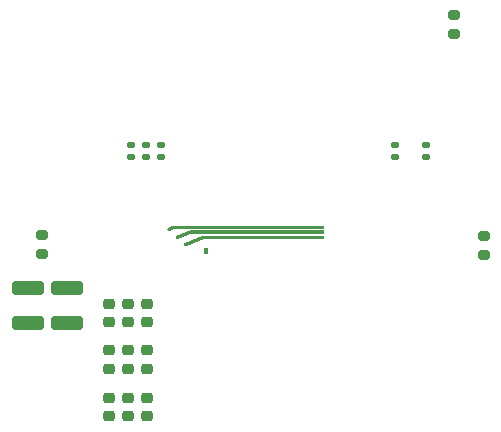
<source format=gbr>
G04 #@! TF.GenerationSoftware,KiCad,Pcbnew,7.0.7-7.0.7~ubuntu22.04.1*
G04 #@! TF.CreationDate,2023-09-29T12:00:57+02:00*
G04 #@! TF.ProjectId,astropix_v4,61737472-6f70-4697-985f-76342e6b6963,1.0*
G04 #@! TF.SameCoordinates,Original*
G04 #@! TF.FileFunction,Paste,Top*
G04 #@! TF.FilePolarity,Positive*
%FSLAX46Y46*%
G04 Gerber Fmt 4.6, Leading zero omitted, Abs format (unit mm)*
G04 Created by KiCad (PCBNEW 7.0.7-7.0.7~ubuntu22.04.1) date 2023-09-29 12:00:57*
%MOMM*%
%LPD*%
G01*
G04 APERTURE LIST*
G04 Aperture macros list*
%AMRoundRect*
0 Rectangle with rounded corners*
0 $1 Rounding radius*
0 $2 $3 $4 $5 $6 $7 $8 $9 X,Y pos of 4 corners*
0 Add a 4 corners polygon primitive as box body*
4,1,4,$2,$3,$4,$5,$6,$7,$8,$9,$2,$3,0*
0 Add four circle primitives for the rounded corners*
1,1,$1+$1,$2,$3*
1,1,$1+$1,$4,$5*
1,1,$1+$1,$6,$7*
1,1,$1+$1,$8,$9*
0 Add four rect primitives between the rounded corners*
20,1,$1+$1,$2,$3,$4,$5,0*
20,1,$1+$1,$4,$5,$6,$7,0*
20,1,$1+$1,$6,$7,$8,$9,0*
20,1,$1+$1,$8,$9,$2,$3,0*%
%AMFreePoly0*
4,1,19,12.075000,0.104904,12.129904,0.050000,12.150000,-0.025000,12.129904,-0.100000,12.075000,-0.154904,12.000000,-0.175000,-0.600900,-0.175000,-0.935151,-0.335257,-1.011467,-0.349561,-1.084712,-0.323790,-1.135257,-0.264849,-1.149561,-0.188533,-1.123790,-0.115288,-1.064849,-0.064743,-0.699849,0.110257,-0.667146,0.116386,-0.635000,0.125000,12.000000,0.125000,12.075000,0.104904,12.075000,0.104904,
$1*%
%AMFreePoly1*
4,1,19,10.975000,0.129904,11.029904,0.075000,11.050000,0.000000,11.029904,-0.075000,10.975000,-0.129904,10.900000,-0.150000,-0.236351,-0.150000,-1.344715,-0.589440,-1.421842,-0.598401,-1.493117,-0.567598,-1.539440,-0.505285,-1.548401,-0.428158,-1.517598,-0.356883,-1.455285,-0.310560,-0.320285,0.139440,-0.292257,0.142696,-0.265000,0.150000,10.900000,0.150000,10.975000,0.129904,10.975000,0.129904,
$1*%
%AMFreePoly2*
4,1,19,9.775000,0.104904,9.829904,0.050000,9.850000,-0.025000,9.829904,-0.100000,9.775000,-0.154904,9.700000,-0.175000,-0.369999,-0.175000,-1.842308,-0.788462,-1.919268,-0.798758,-1.991065,-0.769194,-2.038462,-0.707692,-2.048758,-0.630732,-2.019194,-0.558935,-1.957692,-0.511538,-0.457692,0.113462,-0.428470,0.117371,-0.400000,0.125000,9.700000,0.125000,9.775000,0.104904,9.775000,0.104904,
$1*%
G04 Aperture macros list end*
%ADD10RoundRect,0.225000X-0.250000X0.225000X-0.250000X-0.225000X0.250000X-0.225000X0.250000X0.225000X0*%
%ADD11RoundRect,0.250000X1.100000X-0.325000X1.100000X0.325000X-1.100000X0.325000X-1.100000X-0.325000X0*%
%ADD12RoundRect,0.225000X0.250000X-0.225000X0.250000X0.225000X-0.250000X0.225000X-0.250000X-0.225000X0*%
%ADD13RoundRect,0.200000X-0.275000X0.200000X-0.275000X-0.200000X0.275000X-0.200000X0.275000X0.200000X0*%
%ADD14RoundRect,0.135000X0.185000X-0.135000X0.185000X0.135000X-0.185000X0.135000X-0.185000X-0.135000X0*%
%ADD15RoundRect,0.135000X-0.185000X0.135000X-0.185000X-0.135000X0.185000X-0.135000X0.185000X0.135000X0*%
%ADD16R,0.400000X0.500000*%
%ADD17R,0.125000X0.600000*%
%ADD18R,0.600000X0.125000*%
%ADD19FreePoly0,0.000000*%
%ADD20FreePoly1,0.000000*%
%ADD21FreePoly2,0.000000*%
G04 APERTURE END LIST*
D10*
G04 #@! TO.C,C8*
X120751600Y-91274600D03*
X120751600Y-92824600D03*
G04 #@! TD*
G04 #@! TO.C,C9*
X119176800Y-91274600D03*
X119176800Y-92824600D03*
G04 #@! TD*
G04 #@! TO.C,C10*
X117551200Y-91274600D03*
X117551200Y-92824600D03*
G04 #@! TD*
D11*
G04 #@! TO.C,C6*
X110693200Y-88978000D03*
X110693200Y-86028000D03*
G04 #@! TD*
G04 #@! TO.C,C4*
X113995200Y-88978000D03*
X113995200Y-86028000D03*
G04 #@! TD*
D12*
G04 #@! TO.C,C11*
X120751600Y-96863200D03*
X120751600Y-95313200D03*
G04 #@! TD*
G04 #@! TO.C,C13*
X119151400Y-96863200D03*
X119151400Y-95313200D03*
G04 #@! TD*
D13*
G04 #@! TO.C,R12*
X111900000Y-81475000D03*
X111900000Y-83125000D03*
G04 #@! TD*
D12*
G04 #@! TO.C,C14*
X117576600Y-96863200D03*
X117576600Y-95313200D03*
G04 #@! TD*
D14*
G04 #@! TO.C,R13*
X122000000Y-74910000D03*
X122000000Y-73890000D03*
G04 #@! TD*
G04 #@! TO.C,R14*
X119400000Y-74910000D03*
X119400000Y-73890000D03*
G04 #@! TD*
G04 #@! TO.C,R10*
X120700000Y-74910000D03*
X120700000Y-73890000D03*
G04 #@! TD*
D15*
G04 #@! TO.C,R18*
X141800000Y-73890000D03*
X141800000Y-74910000D03*
G04 #@! TD*
D10*
G04 #@! TO.C,C2*
X120800000Y-87325000D03*
X120800000Y-88875000D03*
G04 #@! TD*
G04 #@! TO.C,C15*
X119150000Y-87325000D03*
X119150000Y-88875000D03*
G04 #@! TD*
D13*
G04 #@! TO.C,R1*
X146800000Y-62875000D03*
X146800000Y-64525000D03*
G04 #@! TD*
D15*
G04 #@! TO.C,R17*
X144400000Y-73880000D03*
X144400000Y-74900000D03*
G04 #@! TD*
D10*
G04 #@! TO.C,C1*
X117550000Y-87325000D03*
X117550000Y-88875000D03*
G04 #@! TD*
D13*
G04 #@! TO.C,R2*
X149300000Y-81575000D03*
X149300000Y-83225000D03*
G04 #@! TD*
D16*
G04 #@! TO.C,U1*
X125747500Y-82895000D03*
D17*
X126472500Y-82770000D03*
X126772500Y-85295000D03*
X127072500Y-85295000D03*
X127272500Y-84045000D03*
X127672500Y-85295000D03*
X127872500Y-82770000D03*
X127972500Y-85295000D03*
X128272500Y-85295000D03*
X128472500Y-84045000D03*
X128572500Y-85295000D03*
X128672500Y-82770000D03*
X128772500Y-84045000D03*
X128872500Y-85295000D03*
X128972500Y-82770000D03*
X129072500Y-84045000D03*
X129172500Y-85295000D03*
X129272500Y-82770000D03*
X129372500Y-84045000D03*
X129472500Y-85295000D03*
X129572500Y-82770000D03*
X129672500Y-84045000D03*
X129872500Y-82770000D03*
X130472500Y-82770000D03*
X130572500Y-84045000D03*
X130672500Y-85295000D03*
X130772500Y-82770000D03*
X130872500Y-84045000D03*
X130972500Y-85295000D03*
X131172500Y-84045000D03*
X131272500Y-85295000D03*
X131372500Y-82770000D03*
X131472500Y-84045000D03*
X131572500Y-85295000D03*
X131772500Y-84045000D03*
X131972500Y-82770000D03*
X132072500Y-84045000D03*
X132272500Y-82770000D03*
X132572500Y-82770000D03*
X132672500Y-84045000D03*
X132772500Y-85295000D03*
X132972500Y-84045000D03*
X133072500Y-85295000D03*
X133372500Y-85295000D03*
X133672500Y-85295000D03*
X133872500Y-84045000D03*
X134172500Y-84045000D03*
X134922500Y-84045000D03*
D18*
X121122500Y-78440000D03*
X122322500Y-78540000D03*
X123472500Y-78640000D03*
X121122500Y-78740000D03*
X122322500Y-78840000D03*
X140467500Y-78835000D03*
X139267500Y-78735000D03*
X138117500Y-78635000D03*
X140467500Y-78535000D03*
X139267500Y-78435000D03*
D19*
X123672500Y-80795000D03*
D20*
X124772500Y-81245000D03*
D21*
X125972500Y-81645000D03*
G04 #@! TD*
M02*

</source>
